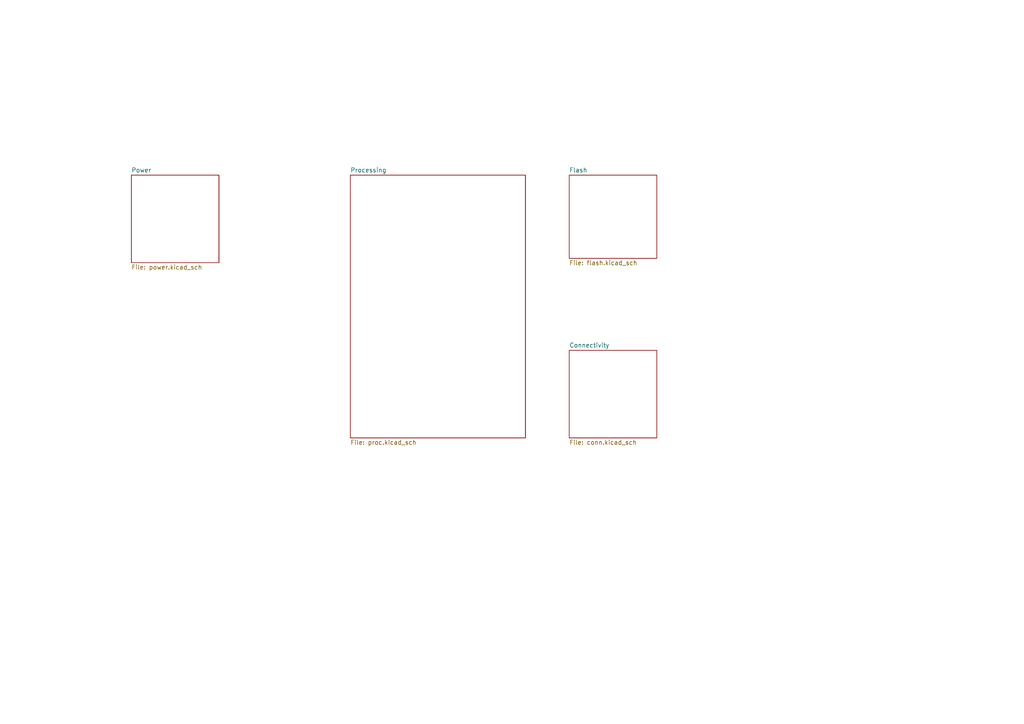
<source format=kicad_sch>
(kicad_sch
	(version 20250114)
	(generator "eeschema")
	(generator_version "9.0")
	(uuid "81df46f1-cc43-418b-b06c-995130259c1d")
	(paper "A4")
	(lib_symbols)
	(sheet
		(at 38.1 50.8)
		(size 25.4 25.4)
		(exclude_from_sim no)
		(in_bom yes)
		(on_board yes)
		(dnp no)
		(fields_autoplaced yes)
		(stroke
			(width 0.1524)
			(type solid)
		)
		(fill
			(color 0 0 0 0.0000)
		)
		(uuid "7ad76837-6388-4dcb-9116-8620ffa7f090")
		(property "Sheetname" "Power"
			(at 38.1 50.0884 0)
			(effects
				(font
					(size 1.27 1.27)
				)
				(justify left bottom)
			)
		)
		(property "Sheetfile" "power.kicad_sch"
			(at 38.1 76.7846 0)
			(effects
				(font
					(size 1.27 1.27)
				)
				(justify left top)
			)
		)
		(instances
			(project "daq"
				(path "/81df46f1-cc43-418b-b06c-995130259c1d"
					(page "3")
				)
			)
		)
	)
	(sheet
		(at 165.1 50.8)
		(size 25.4 24.13)
		(exclude_from_sim no)
		(in_bom yes)
		(on_board yes)
		(dnp no)
		(fields_autoplaced yes)
		(stroke
			(width 0.1524)
			(type solid)
		)
		(fill
			(color 0 0 0 0.0000)
		)
		(uuid "95cf3d03-dd1c-43d5-b76f-c6cb87bb4771")
		(property "Sheetname" "Flash"
			(at 165.1 50.0884 0)
			(effects
				(font
					(size 1.27 1.27)
				)
				(justify left bottom)
			)
		)
		(property "Sheetfile" "flash.kicad_sch"
			(at 165.1 75.5146 0)
			(effects
				(font
					(size 1.27 1.27)
				)
				(justify left top)
			)
		)
		(instances
			(project "daq"
				(path "/81df46f1-cc43-418b-b06c-995130259c1d"
					(page "5")
				)
			)
		)
	)
	(sheet
		(at 165.1 101.6)
		(size 25.4 25.4)
		(exclude_from_sim no)
		(in_bom yes)
		(on_board yes)
		(dnp no)
		(fields_autoplaced yes)
		(stroke
			(width 0.1524)
			(type solid)
		)
		(fill
			(color 0 0 0 0.0000)
		)
		(uuid "9e2183a5-ff76-4e77-8402-82dbc82a3d8e")
		(property "Sheetname" "Connectivity"
			(at 165.1 100.8884 0)
			(effects
				(font
					(size 1.27 1.27)
				)
				(justify left bottom)
			)
		)
		(property "Sheetfile" "conn.kicad_sch"
			(at 165.1 127.5846 0)
			(effects
				(font
					(size 1.27 1.27)
				)
				(justify left top)
			)
		)
		(instances
			(project "daq"
				(path "/81df46f1-cc43-418b-b06c-995130259c1d"
					(page "4")
				)
			)
		)
	)
	(sheet
		(at 101.6 50.8)
		(size 50.8 76.2)
		(exclude_from_sim no)
		(in_bom yes)
		(on_board yes)
		(dnp no)
		(fields_autoplaced yes)
		(stroke
			(width 0.1524)
			(type solid)
		)
		(fill
			(color 0 0 0 0.0000)
		)
		(uuid "d8571577-5494-4b99-9eb9-381718ea9a86")
		(property "Sheetname" "Processing"
			(at 101.6 50.0884 0)
			(effects
				(font
					(size 1.27 1.27)
				)
				(justify left bottom)
			)
		)
		(property "Sheetfile" "proc.kicad_sch"
			(at 101.6 127.5846 0)
			(effects
				(font
					(size 1.27 1.27)
				)
				(justify left top)
			)
		)
		(instances
			(project "daq"
				(path "/81df46f1-cc43-418b-b06c-995130259c1d"
					(page "2")
				)
			)
		)
	)
	(sheet_instances
		(path "/"
			(page "1")
		)
	)
	(embedded_fonts no)
)

</source>
